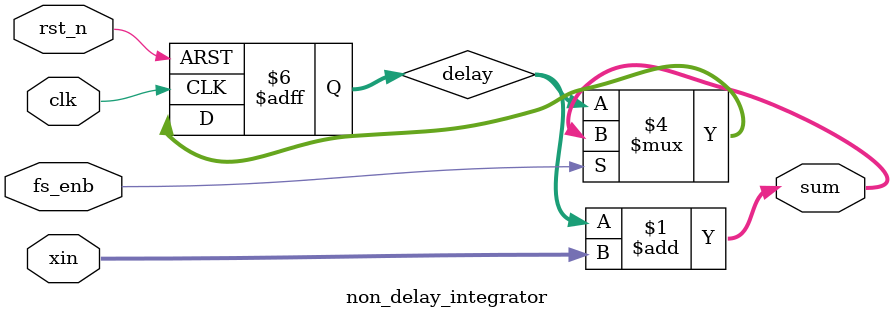
<source format=v>
`timescale 1ns / 1ps


module non_delay_integrator(
    input clk,
    input rst_n,
    input [35:0] xin,
    output [35:0] sum,
    input fs_enb
    );
    
    reg [35:0] delay;
    //wire [35:0] fs_sum;    
    assign sum = delay + xin;
    
        
    always@(posedge clk, negedge rst_n)
        if(~rst_n)
            delay <= 1'b0;
       else if(fs_enb)
            delay <= sum;
            
endmodule

</source>
